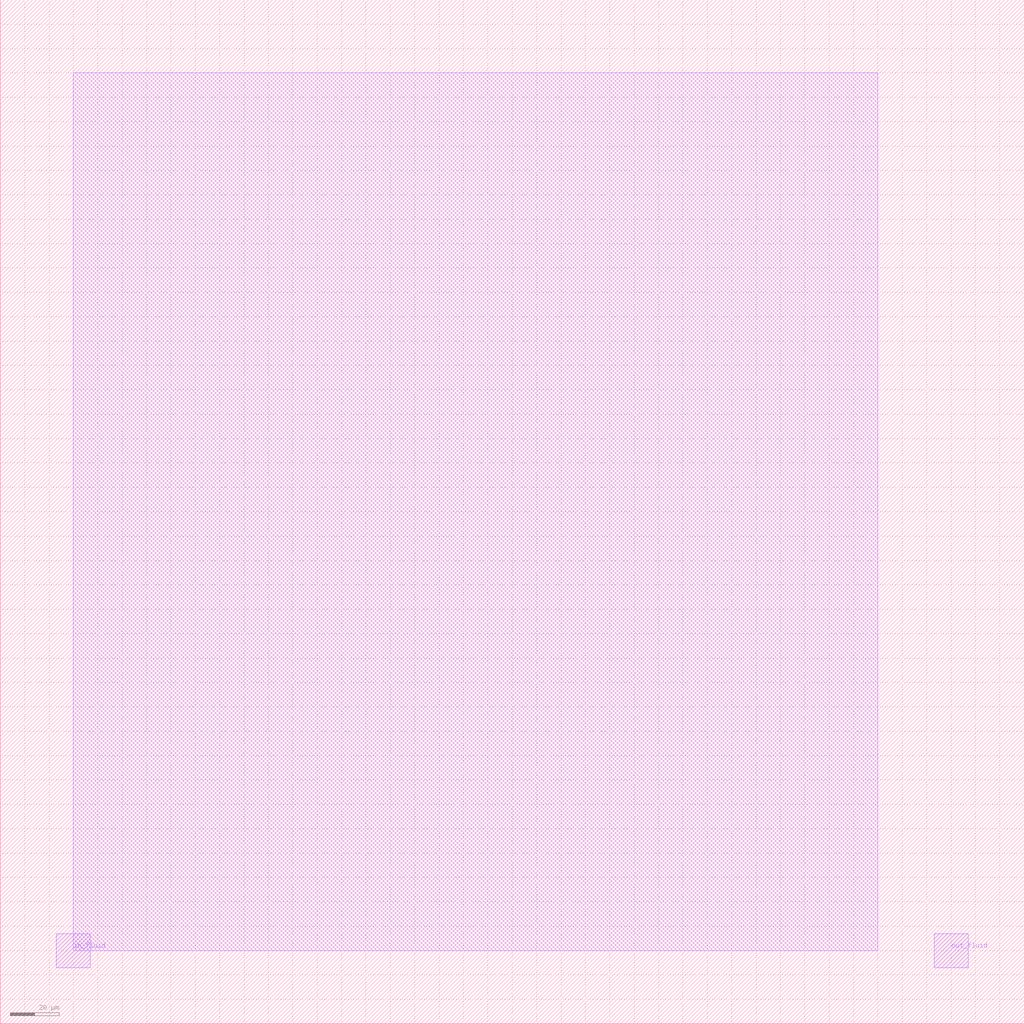
<source format=lef>

MACRO serpentine_300px_0
  CLASS CORE ;
  ORIGIN  0 0 ;
  FOREIGN serpentine_300px_0 0 0 ;
  SIZE 420 BY 420 ;
  SYMMETRY X Y ;
  SITE CoreSite ;
  PIN in_fluid
    DIRECTION INPUT ;
    USE SIGNAL ;
    PORT
      LAYER met1 ;
        RECT 23 23 37 37 ;
    END
  END in_fluid
  PIN out_fluid
    DIRECTION OUTPUT ;
    USE SIGNAL ;
    PORT
      LAYER met1 ;
        RECT 383 23 397 37 ;
    END
  END out_fluid
  OBS
    LAYER met1 ;
      RECT 30 30 360 390 ;
  END
  PROPERTY CatenaDesignType "deviceLevel" ;
END serpentine_300px_0

</source>
